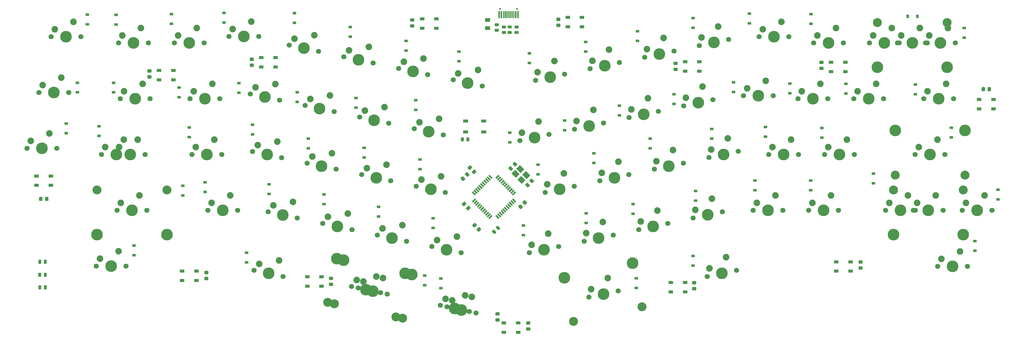
<source format=gbr>
%TF.GenerationSoftware,KiCad,Pcbnew,(5.1.6)-1*%
%TF.CreationDate,2020-07-26T11:56:32+02:00*%
%TF.ProjectId,Proyecto A,50726f79-6563-4746-9f20-412e6b696361,rev?*%
%TF.SameCoordinates,Original*%
%TF.FileFunction,Soldermask,Bot*%
%TF.FilePolarity,Negative*%
%FSLAX46Y46*%
G04 Gerber Fmt 4.6, Leading zero omitted, Abs format (unit mm)*
G04 Created by KiCad (PCBNEW (5.1.6)-1) date 2020-07-26 11:56:32*
%MOMM*%
%LPD*%
G01*
G04 APERTURE LIST*
%ADD10R,0.600000X2.450000*%
%ADD11R,0.300000X2.450000*%
%ADD12C,0.650000*%
%ADD13C,0.100000*%
%ADD14C,2.250000*%
%ADD15C,3.987800*%
%ADD16C,1.750000*%
%ADD17R,1.200000X0.900000*%
%ADD18R,1.800000X1.100000*%
%ADD19C,3.048000*%
%ADD20R,0.900000X1.200000*%
%ADD21R,1.500000X1.000000*%
G04 APERTURE END LIST*
D10*
%TO.C,USB1*%
X234427400Y4453000D03*
X227977400Y4453000D03*
X233652400Y4453000D03*
X228752400Y4453000D03*
D11*
X229452400Y4453000D03*
X232952400Y4453000D03*
X229952400Y4453000D03*
X232452400Y4453000D03*
X230452400Y4453000D03*
X231952400Y4453000D03*
X231452400Y4453000D03*
X230952400Y4453000D03*
D12*
X234092400Y6398000D03*
X228312400Y6398000D03*
%TD*%
D13*
%TO.C,Y1*%
G36*
X238595878Y-50368421D02*
G01*
X237323086Y-51641213D01*
X235838162Y-50156289D01*
X237110954Y-48883497D01*
X238595878Y-50368421D01*
G37*
G36*
X236545268Y-48317811D02*
G01*
X235272476Y-49590603D01*
X233787552Y-48105679D01*
X235060344Y-46832887D01*
X236545268Y-48317811D01*
G37*
G36*
X234918922Y-49944157D02*
G01*
X233646130Y-51216949D01*
X232161206Y-49732025D01*
X233433998Y-48459233D01*
X234918922Y-49944157D01*
G37*
G36*
X236969532Y-51994767D02*
G01*
X235696740Y-53267559D01*
X234211816Y-51782635D01*
X235484608Y-50509843D01*
X236969532Y-51994767D01*
G37*
%TD*%
%TO.C,C21*%
G36*
G01*
X171036401Y-86115499D02*
X170136399Y-86115499D01*
G75*
G02*
X169886400Y-85865500I0J249999D01*
G01*
X169886400Y-85215498D01*
G75*
G02*
X170136399Y-84965499I249999J0D01*
G01*
X171036401Y-84965499D01*
G75*
G02*
X171286400Y-85215498I0J-249999D01*
G01*
X171286400Y-85865500D01*
G75*
G02*
X171036401Y-86115499I-249999J0D01*
G01*
G37*
G36*
G01*
X171036401Y-88165499D02*
X170136399Y-88165499D01*
G75*
G02*
X169886400Y-87915500I0J249999D01*
G01*
X169886400Y-87265498D01*
G75*
G02*
X170136399Y-87015499I249999J0D01*
G01*
X171036401Y-87015499D01*
G75*
G02*
X171286400Y-87265498I0J-249999D01*
G01*
X171286400Y-87915500D01*
G75*
G02*
X171036401Y-88165499I-249999J0D01*
G01*
G37*
%TD*%
%TO.C,C20*%
G36*
G01*
X128491401Y-84132000D02*
X127591399Y-84132000D01*
G75*
G02*
X127341400Y-83882001I0J249999D01*
G01*
X127341400Y-83231999D01*
G75*
G02*
X127591399Y-82982000I249999J0D01*
G01*
X128491401Y-82982000D01*
G75*
G02*
X128741400Y-83231999I0J-249999D01*
G01*
X128741400Y-83882001D01*
G75*
G02*
X128491401Y-84132000I-249999J0D01*
G01*
G37*
G36*
G01*
X128491401Y-86182000D02*
X127591399Y-86182000D01*
G75*
G02*
X127341400Y-85932001I0J249999D01*
G01*
X127341400Y-85281999D01*
G75*
G02*
X127591399Y-85032000I249999J0D01*
G01*
X128491401Y-85032000D01*
G75*
G02*
X128741400Y-85281999I0J-249999D01*
G01*
X128741400Y-85932001D01*
G75*
G02*
X128491401Y-86182000I-249999J0D01*
G01*
G37*
%TD*%
%TO.C,C19*%
G36*
G01*
X72092400Y-57969999D02*
X72092400Y-58870001D01*
G75*
G02*
X71842401Y-59120000I-249999J0D01*
G01*
X71192399Y-59120000D01*
G75*
G02*
X70942400Y-58870001I0J249999D01*
G01*
X70942400Y-57969999D01*
G75*
G02*
X71192399Y-57720000I249999J0D01*
G01*
X71842401Y-57720000D01*
G75*
G02*
X72092400Y-57969999I0J-249999D01*
G01*
G37*
G36*
G01*
X74142400Y-57969999D02*
X74142400Y-58870001D01*
G75*
G02*
X73892401Y-59120000I-249999J0D01*
G01*
X73242399Y-59120000D01*
G75*
G02*
X72992400Y-58870001I0J249999D01*
G01*
X72992400Y-57969999D01*
G75*
G02*
X73242399Y-57720000I249999J0D01*
G01*
X73892401Y-57720000D01*
G75*
G02*
X74142400Y-57969999I0J-249999D01*
G01*
G37*
%TD*%
%TO.C,C18*%
G36*
G01*
X109060401Y-15298000D02*
X108160399Y-15298000D01*
G75*
G02*
X107910400Y-15048001I0J249999D01*
G01*
X107910400Y-14397999D01*
G75*
G02*
X108160399Y-14148000I249999J0D01*
G01*
X109060401Y-14148000D01*
G75*
G02*
X109310400Y-14397999I0J-249999D01*
G01*
X109310400Y-15048001D01*
G75*
G02*
X109060401Y-15298000I-249999J0D01*
G01*
G37*
G36*
G01*
X109060401Y-17348000D02*
X108160399Y-17348000D01*
G75*
G02*
X107910400Y-17098001I0J249999D01*
G01*
X107910400Y-16447999D01*
G75*
G02*
X108160399Y-16198000I249999J0D01*
G01*
X109060401Y-16198000D01*
G75*
G02*
X109310400Y-16447999I0J-249999D01*
G01*
X109310400Y-17098001D01*
G75*
G02*
X109060401Y-17348000I-249999J0D01*
G01*
G37*
%TD*%
%TO.C,C17*%
G36*
G01*
X143985401Y-11312499D02*
X143085399Y-11312499D01*
G75*
G02*
X142835400Y-11062500I0J249999D01*
G01*
X142835400Y-10412498D01*
G75*
G02*
X143085399Y-10162499I249999J0D01*
G01*
X143985401Y-10162499D01*
G75*
G02*
X144235400Y-10412498I0J-249999D01*
G01*
X144235400Y-11062500D01*
G75*
G02*
X143985401Y-11312499I-249999J0D01*
G01*
G37*
G36*
G01*
X143985401Y-13362499D02*
X143085399Y-13362499D01*
G75*
G02*
X142835400Y-13112500I0J249999D01*
G01*
X142835400Y-12462498D01*
G75*
G02*
X143085399Y-12212499I249999J0D01*
G01*
X143985401Y-12212499D01*
G75*
G02*
X144235400Y-12462498I0J-249999D01*
G01*
X144235400Y-13112500D01*
G75*
G02*
X143985401Y-13362499I-249999J0D01*
G01*
G37*
%TD*%
%TO.C,C16*%
G36*
G01*
X198722401Y2101000D02*
X197822399Y2101000D01*
G75*
G02*
X197572400Y2350999I0J249999D01*
G01*
X197572400Y3001001D01*
G75*
G02*
X197822399Y3251000I249999J0D01*
G01*
X198722401Y3251000D01*
G75*
G02*
X198972400Y3001001I0J-249999D01*
G01*
X198972400Y2350999D01*
G75*
G02*
X198722401Y2101000I-249999J0D01*
G01*
G37*
G36*
G01*
X198722401Y51000D02*
X197822399Y51000D01*
G75*
G02*
X197572400Y300999I0J249999D01*
G01*
X197572400Y951001D01*
G75*
G02*
X197822399Y1201000I249999J0D01*
G01*
X198722401Y1201000D01*
G75*
G02*
X198972400Y951001I0J-249999D01*
G01*
X198972400Y300999D01*
G75*
G02*
X198722401Y51000I-249999J0D01*
G01*
G37*
%TD*%
%TO.C,C15*%
G36*
G01*
X248633401Y2306499D02*
X247733399Y2306499D01*
G75*
G02*
X247483400Y2556498I0J249999D01*
G01*
X247483400Y3206500D01*
G75*
G02*
X247733399Y3456499I249999J0D01*
G01*
X248633401Y3456499D01*
G75*
G02*
X248883400Y3206500I0J-249999D01*
G01*
X248883400Y2556498D01*
G75*
G02*
X248633401Y2306499I-249999J0D01*
G01*
G37*
G36*
G01*
X248633401Y256499D02*
X247733399Y256499D01*
G75*
G02*
X247483400Y506498I0J249999D01*
G01*
X247483400Y1156500D01*
G75*
G02*
X247733399Y1406499I249999J0D01*
G01*
X248633401Y1406499D01*
G75*
G02*
X248883400Y1156500I0J-249999D01*
G01*
X248883400Y506498D01*
G75*
G02*
X248633401Y256499I-249999J0D01*
G01*
G37*
%TD*%
%TO.C,C14*%
G36*
G01*
X288638401Y-12709499D02*
X287738399Y-12709499D01*
G75*
G02*
X287488400Y-12459500I0J249999D01*
G01*
X287488400Y-11809498D01*
G75*
G02*
X287738399Y-11559499I249999J0D01*
G01*
X288638401Y-11559499D01*
G75*
G02*
X288888400Y-11809498I0J-249999D01*
G01*
X288888400Y-12459500D01*
G75*
G02*
X288638401Y-12709499I-249999J0D01*
G01*
G37*
G36*
G01*
X288638401Y-14759499D02*
X287738399Y-14759499D01*
G75*
G02*
X287488400Y-14509500I0J249999D01*
G01*
X287488400Y-13859498D01*
G75*
G02*
X287738399Y-13609499I249999J0D01*
G01*
X288638401Y-13609499D01*
G75*
G02*
X288888400Y-13859498I0J-249999D01*
G01*
X288888400Y-14509500D01*
G75*
G02*
X288638401Y-14759499I-249999J0D01*
G01*
G37*
%TD*%
%TO.C,C13*%
G36*
G01*
X338422401Y-12377000D02*
X337522399Y-12377000D01*
G75*
G02*
X337272400Y-12127001I0J249999D01*
G01*
X337272400Y-11476999D01*
G75*
G02*
X337522399Y-11227000I249999J0D01*
G01*
X338422401Y-11227000D01*
G75*
G02*
X338672400Y-11476999I0J-249999D01*
G01*
X338672400Y-12127001D01*
G75*
G02*
X338422401Y-12377000I-249999J0D01*
G01*
G37*
G36*
G01*
X338422401Y-14427000D02*
X337522399Y-14427000D01*
G75*
G02*
X337272400Y-14177001I0J249999D01*
G01*
X337272400Y-13526999D01*
G75*
G02*
X337522399Y-13277000I249999J0D01*
G01*
X338422401Y-13277000D01*
G75*
G02*
X338672400Y-13526999I0J-249999D01*
G01*
X338672400Y-14177001D01*
G75*
G02*
X338422401Y-14427000I-249999J0D01*
G01*
G37*
%TD*%
%TO.C,C12*%
G36*
G01*
X394683400Y-21405001D02*
X394683400Y-20504999D01*
G75*
G02*
X394933399Y-20255000I249999J0D01*
G01*
X395583401Y-20255000D01*
G75*
G02*
X395833400Y-20504999I0J-249999D01*
G01*
X395833400Y-21405001D01*
G75*
G02*
X395583401Y-21655000I-249999J0D01*
G01*
X394933399Y-21655000D01*
G75*
G02*
X394683400Y-21405001I0J249999D01*
G01*
G37*
G36*
G01*
X392633400Y-21405001D02*
X392633400Y-20504999D01*
G75*
G02*
X392883399Y-20255000I249999J0D01*
G01*
X393533401Y-20255000D01*
G75*
G02*
X393783400Y-20504999I0J-249999D01*
G01*
X393783400Y-21405001D01*
G75*
G02*
X393533401Y-21655000I-249999J0D01*
G01*
X392883399Y-21655000D01*
G75*
G02*
X392633400Y-21405001I0J249999D01*
G01*
G37*
%TD*%
%TO.C,C11*%
G36*
G01*
X351757401Y-80527499D02*
X350857399Y-80527499D01*
G75*
G02*
X350607400Y-80277500I0J249999D01*
G01*
X350607400Y-79627498D01*
G75*
G02*
X350857399Y-79377499I249999J0D01*
G01*
X351757401Y-79377499D01*
G75*
G02*
X352007400Y-79627498I0J-249999D01*
G01*
X352007400Y-80277500D01*
G75*
G02*
X351757401Y-80527499I-249999J0D01*
G01*
G37*
G36*
G01*
X351757401Y-82577499D02*
X350857399Y-82577499D01*
G75*
G02*
X350607400Y-82327500I0J249999D01*
G01*
X350607400Y-81677498D01*
G75*
G02*
X350857399Y-81427499I249999J0D01*
G01*
X351757401Y-81427499D01*
G75*
G02*
X352007400Y-81677498I0J-249999D01*
G01*
X352007400Y-82327500D01*
G75*
G02*
X351757401Y-82577499I-249999J0D01*
G01*
G37*
%TD*%
%TO.C,C10*%
G36*
G01*
X294988401Y-87609500D02*
X294088399Y-87609500D01*
G75*
G02*
X293838400Y-87359501I0J249999D01*
G01*
X293838400Y-86709499D01*
G75*
G02*
X294088399Y-86459500I249999J0D01*
G01*
X294988401Y-86459500D01*
G75*
G02*
X295238400Y-86709499I0J-249999D01*
G01*
X295238400Y-87359501D01*
G75*
G02*
X294988401Y-87609500I-249999J0D01*
G01*
G37*
G36*
G01*
X294988401Y-89659500D02*
X294088399Y-89659500D01*
G75*
G02*
X293838400Y-89409501I0J249999D01*
G01*
X293838400Y-88759499D01*
G75*
G02*
X294088399Y-88509500I249999J0D01*
G01*
X294988401Y-88509500D01*
G75*
G02*
X295238400Y-88759499I0J-249999D01*
G01*
X295238400Y-89409501D01*
G75*
G02*
X294988401Y-89659500I-249999J0D01*
G01*
G37*
%TD*%
%TO.C,C9*%
G36*
G01*
X238346401Y-101355499D02*
X237446399Y-101355499D01*
G75*
G02*
X237196400Y-101105500I0J249999D01*
G01*
X237196400Y-100455498D01*
G75*
G02*
X237446399Y-100205499I249999J0D01*
G01*
X238346401Y-100205499D01*
G75*
G02*
X238596400Y-100455498I0J-249999D01*
G01*
X238596400Y-101105500D01*
G75*
G02*
X238346401Y-101355499I-249999J0D01*
G01*
G37*
G36*
G01*
X238346401Y-103405499D02*
X237446399Y-103405499D01*
G75*
G02*
X237196400Y-103155500I0J249999D01*
G01*
X237196400Y-102505498D01*
G75*
G02*
X237446399Y-102255499I249999J0D01*
G01*
X238346401Y-102255499D01*
G75*
G02*
X238596400Y-102505498I0J-249999D01*
G01*
X238596400Y-103155500D01*
G75*
G02*
X238346401Y-103405499I-249999J0D01*
G01*
G37*
%TD*%
%TO.C,C7*%
G36*
G01*
X216963796Y-50787001D02*
X216327399Y-50150604D01*
G75*
G02*
X216327399Y-49797052I176776J176776D01*
G01*
X216787020Y-49337431D01*
G75*
G02*
X217140572Y-49337431I176776J-176776D01*
G01*
X217776969Y-49973828D01*
G75*
G02*
X217776969Y-50327380I-176776J-176776D01*
G01*
X217317348Y-50787001D01*
G75*
G02*
X216963796Y-50787001I-176776J176776D01*
G01*
G37*
G36*
G01*
X215514228Y-52236569D02*
X214877831Y-51600172D01*
G75*
G02*
X214877831Y-51246620I176776J176776D01*
G01*
X215337452Y-50786999D01*
G75*
G02*
X215691004Y-50786999I176776J-176776D01*
G01*
X216327401Y-51423396D01*
G75*
G02*
X216327401Y-51776948I-176776J-176776D01*
G01*
X215867780Y-52236569D01*
G75*
G02*
X215514228Y-52236569I-176776J176776D01*
G01*
G37*
%TD*%
%TO.C,C6*%
G36*
G01*
X218697399Y-49083396D02*
X219333796Y-48446999D01*
G75*
G02*
X219687348Y-48446999I176776J-176776D01*
G01*
X220146969Y-48906620D01*
G75*
G02*
X220146969Y-49260172I-176776J-176776D01*
G01*
X219510572Y-49896569D01*
G75*
G02*
X219157020Y-49896569I-176776J176776D01*
G01*
X218697399Y-49436948D01*
G75*
G02*
X218697399Y-49083396I176776J176776D01*
G01*
G37*
G36*
G01*
X217247831Y-47633828D02*
X217884228Y-46997431D01*
G75*
G02*
X218237780Y-46997431I176776J-176776D01*
G01*
X218697401Y-47457052D01*
G75*
G02*
X218697401Y-47810604I-176776J-176776D01*
G01*
X218061004Y-48447001D01*
G75*
G02*
X217707452Y-48447001I-176776J176776D01*
G01*
X217247831Y-47987380D01*
G75*
G02*
X217247831Y-47633828I176776J176776D01*
G01*
G37*
%TD*%
%TO.C,C5*%
G36*
G01*
X220297401Y-67470604D02*
X219661004Y-68107001D01*
G75*
G02*
X219307452Y-68107001I-176776J176776D01*
G01*
X218847831Y-67647380D01*
G75*
G02*
X218847831Y-67293828I176776J176776D01*
G01*
X219484228Y-66657431D01*
G75*
G02*
X219837780Y-66657431I176776J-176776D01*
G01*
X220297401Y-67117052D01*
G75*
G02*
X220297401Y-67470604I-176776J-176776D01*
G01*
G37*
G36*
G01*
X221746969Y-68920172D02*
X221110572Y-69556569D01*
G75*
G02*
X220757020Y-69556569I-176776J176776D01*
G01*
X220297399Y-69096948D01*
G75*
G02*
X220297399Y-68743396I176776J176776D01*
G01*
X220933796Y-68106999D01*
G75*
G02*
X221287348Y-68106999I176776J-176776D01*
G01*
X221746969Y-68566620D01*
G75*
G02*
X221746969Y-68920172I-176776J-176776D01*
G01*
G37*
%TD*%
%TO.C,C4*%
G36*
G01*
X236638796Y-60387001D02*
X236002399Y-59750604D01*
G75*
G02*
X236002399Y-59397052I176776J176776D01*
G01*
X236462020Y-58937431D01*
G75*
G02*
X236815572Y-58937431I176776J-176776D01*
G01*
X237451969Y-59573828D01*
G75*
G02*
X237451969Y-59927380I-176776J-176776D01*
G01*
X236992348Y-60387001D01*
G75*
G02*
X236638796Y-60387001I-176776J176776D01*
G01*
G37*
G36*
G01*
X235189228Y-61836569D02*
X234552831Y-61200172D01*
G75*
G02*
X234552831Y-60846620I176776J176776D01*
G01*
X235012452Y-60386999D01*
G75*
G02*
X235366004Y-60386999I176776J-176776D01*
G01*
X236002401Y-61023396D01*
G75*
G02*
X236002401Y-61376948I-176776J-176776D01*
G01*
X235542780Y-61836569D01*
G75*
G02*
X235189228Y-61836569I-176776J176776D01*
G01*
G37*
%TD*%
%TO.C,C3*%
G36*
G01*
X231998091Y-47289912D02*
X232634488Y-47926309D01*
G75*
G02*
X232634488Y-48279861I-176776J-176776D01*
G01*
X232174867Y-48739482D01*
G75*
G02*
X231821315Y-48739482I-176776J176776D01*
G01*
X231184918Y-48103085D01*
G75*
G02*
X231184918Y-47749533I176776J176776D01*
G01*
X231644539Y-47289912D01*
G75*
G02*
X231998091Y-47289912I176776J-176776D01*
G01*
G37*
G36*
G01*
X233447659Y-45840344D02*
X234084056Y-46476741D01*
G75*
G02*
X234084056Y-46830293I-176776J-176776D01*
G01*
X233624435Y-47289914D01*
G75*
G02*
X233270883Y-47289914I-176776J176776D01*
G01*
X232634486Y-46653517D01*
G75*
G02*
X232634486Y-46299965I176776J176776D01*
G01*
X233094107Y-45840344D01*
G75*
G02*
X233447659Y-45840344I176776J-176776D01*
G01*
G37*
%TD*%
%TO.C,C2*%
G36*
G01*
X239013796Y-52977001D02*
X238377399Y-52340604D01*
G75*
G02*
X238377399Y-51987052I176776J176776D01*
G01*
X238837020Y-51527431D01*
G75*
G02*
X239190572Y-51527431I176776J-176776D01*
G01*
X239826969Y-52163828D01*
G75*
G02*
X239826969Y-52517380I-176776J-176776D01*
G01*
X239367348Y-52977001D01*
G75*
G02*
X239013796Y-52977001I-176776J176776D01*
G01*
G37*
G36*
G01*
X237564228Y-54426569D02*
X236927831Y-53790172D01*
G75*
G02*
X236927831Y-53436620I176776J176776D01*
G01*
X237387452Y-52976999D01*
G75*
G02*
X237741004Y-52976999I176776J-176776D01*
G01*
X238377401Y-53613396D01*
G75*
G02*
X238377401Y-53966948I-176776J-176776D01*
G01*
X237917780Y-54426569D01*
G75*
G02*
X237564228Y-54426569I-176776J176776D01*
G01*
G37*
%TD*%
%TO.C,C1*%
G36*
G01*
X216710312Y-61466309D02*
X217346709Y-60829912D01*
G75*
G02*
X217700261Y-60829912I176776J-176776D01*
G01*
X218159882Y-61289533D01*
G75*
G02*
X218159882Y-61643085I-176776J-176776D01*
G01*
X217523485Y-62279482D01*
G75*
G02*
X217169933Y-62279482I-176776J176776D01*
G01*
X216710312Y-61819861D01*
G75*
G02*
X216710312Y-61466309I176776J176776D01*
G01*
G37*
G36*
G01*
X215260744Y-60016741D02*
X215897141Y-59380344D01*
G75*
G02*
X216250693Y-59380344I176776J-176776D01*
G01*
X216710314Y-59839965D01*
G75*
G02*
X216710314Y-60193517I-176776J-176776D01*
G01*
X216073917Y-60829914D01*
G75*
G02*
X215720365Y-60829914I-176776J176776D01*
G01*
X215260744Y-60370293D01*
G75*
G02*
X215260744Y-60016741I176776J176776D01*
G01*
G37*
%TD*%
%TO.C,R11*%
G36*
G01*
X227877401Y-98247000D02*
X226977399Y-98247000D01*
G75*
G02*
X226727400Y-97997001I0J249999D01*
G01*
X226727400Y-97346999D01*
G75*
G02*
X226977399Y-97097000I249999J0D01*
G01*
X227877401Y-97097000D01*
G75*
G02*
X228127400Y-97346999I0J-249999D01*
G01*
X228127400Y-97997001D01*
G75*
G02*
X227877401Y-98247000I-249999J0D01*
G01*
G37*
G36*
G01*
X227877401Y-100297000D02*
X226977399Y-100297000D01*
G75*
G02*
X226727400Y-100047001I0J249999D01*
G01*
X226727400Y-99396999D01*
G75*
G02*
X226977399Y-99147000I249999J0D01*
G01*
X227877401Y-99147000D01*
G75*
G02*
X228127400Y-99396999I0J-249999D01*
G01*
X228127400Y-100047001D01*
G75*
G02*
X227877401Y-100297000I-249999J0D01*
G01*
G37*
%TD*%
%TO.C,R8*%
G36*
G01*
X227608650Y-1324500D02*
X226696150Y-1324500D01*
G75*
G02*
X226452400Y-1080750I0J243750D01*
G01*
X226452400Y-593250D01*
G75*
G02*
X226696150Y-349500I243750J0D01*
G01*
X227608650Y-349500D01*
G75*
G02*
X227852400Y-593250I0J-243750D01*
G01*
X227852400Y-1080750D01*
G75*
G02*
X227608650Y-1324500I-243750J0D01*
G01*
G37*
G36*
G01*
X227608650Y550500D02*
X226696150Y550500D01*
G75*
G02*
X226452400Y794250I0J243750D01*
G01*
X226452400Y1281750D01*
G75*
G02*
X226696150Y1525500I243750J0D01*
G01*
X227608650Y1525500D01*
G75*
G02*
X227852400Y1281750I0J-243750D01*
G01*
X227852400Y794250D01*
G75*
G02*
X227608650Y550500I-243750J0D01*
G01*
G37*
%TD*%
%TO.C,R2*%
G36*
G01*
X230058650Y-2087000D02*
X229146150Y-2087000D01*
G75*
G02*
X228902400Y-1843250I0J243750D01*
G01*
X228902400Y-1355750D01*
G75*
G02*
X229146150Y-1112000I243750J0D01*
G01*
X230058650Y-1112000D01*
G75*
G02*
X230302400Y-1355750I0J-243750D01*
G01*
X230302400Y-1843250D01*
G75*
G02*
X230058650Y-2087000I-243750J0D01*
G01*
G37*
G36*
G01*
X230058650Y-212000D02*
X229146150Y-212000D01*
G75*
G02*
X228902400Y31750I0J243750D01*
G01*
X228902400Y519250D01*
G75*
G02*
X229146150Y763000I243750J0D01*
G01*
X230058650Y763000D01*
G75*
G02*
X230302400Y519250I0J-243750D01*
G01*
X230302400Y31750D01*
G75*
G02*
X230058650Y-212000I-243750J0D01*
G01*
G37*
%TD*%
%TO.C,R1*%
G36*
G01*
X232033650Y-2074500D02*
X231121150Y-2074500D01*
G75*
G02*
X230877400Y-1830750I0J243750D01*
G01*
X230877400Y-1343250D01*
G75*
G02*
X231121150Y-1099500I243750J0D01*
G01*
X232033650Y-1099500D01*
G75*
G02*
X232277400Y-1343250I0J-243750D01*
G01*
X232277400Y-1830750D01*
G75*
G02*
X232033650Y-2074500I-243750J0D01*
G01*
G37*
G36*
G01*
X232033650Y-199500D02*
X231121150Y-199500D01*
G75*
G02*
X230877400Y44250I0J243750D01*
G01*
X230877400Y531750D01*
G75*
G02*
X231121150Y775500I243750J0D01*
G01*
X232033650Y775500D01*
G75*
G02*
X232277400Y531750I0J-243750D01*
G01*
X232277400Y44250D01*
G75*
G02*
X232033650Y-199500I-243750J0D01*
G01*
G37*
%TD*%
D14*
%TO.C,K4*%
X183500686Y-6499106D03*
D15*
X179960000Y-10940000D03*
D14*
X176761353Y-7663362D03*
D16*
X174991010Y-9883809D03*
X184928990Y-11996191D03*
%TD*%
D17*
%TO.C,D_63*%
X294177400Y-81217000D03*
X294177400Y-77917000D03*
%TD*%
%TO.C,R6*%
G36*
G01*
X71684900Y-88130750D02*
X71684900Y-89043250D01*
G75*
G02*
X71441150Y-89287000I-243750J0D01*
G01*
X70953650Y-89287000D01*
G75*
G02*
X70709900Y-89043250I0J243750D01*
G01*
X70709900Y-88130750D01*
G75*
G02*
X70953650Y-87887000I243750J0D01*
G01*
X71441150Y-87887000D01*
G75*
G02*
X71684900Y-88130750I0J-243750D01*
G01*
G37*
G36*
G01*
X73559900Y-88130750D02*
X73559900Y-89043250D01*
G75*
G02*
X73316150Y-89287000I-243750J0D01*
G01*
X72828650Y-89287000D01*
G75*
G02*
X72584900Y-89043250I0J243750D01*
G01*
X72584900Y-88130750D01*
G75*
G02*
X72828650Y-87887000I243750J0D01*
G01*
X73316150Y-87887000D01*
G75*
G02*
X73559900Y-88130750I0J-243750D01*
G01*
G37*
%TD*%
%TO.C,D_40*%
X300557528Y-37820961D03*
X300557528Y-34520961D03*
%TD*%
D14*
%TO.C,SPLIT_BKS1*%
X381091880Y-71680D03*
D15*
X378551880Y-5151680D03*
D14*
X374741880Y-2611680D03*
D16*
X373471880Y-5151680D03*
X383631880Y-5151680D03*
%TD*%
D17*
%TO.C,D_44*%
X386670000Y-50000D03*
X386670000Y-3350000D03*
%TD*%
D13*
%TO.C,U1*%
G36*
X219684700Y-58206978D02*
G01*
X220073608Y-58595886D01*
X219012948Y-59656546D01*
X218624040Y-59267638D01*
X219684700Y-58206978D01*
G37*
G36*
X220250386Y-58772663D02*
G01*
X220639294Y-59161571D01*
X219578634Y-60222231D01*
X219189726Y-59833323D01*
X220250386Y-58772663D01*
G37*
G36*
X220816071Y-59338348D02*
G01*
X221204979Y-59727256D01*
X220144319Y-60787916D01*
X219755411Y-60399008D01*
X220816071Y-59338348D01*
G37*
G36*
X221381756Y-59904034D02*
G01*
X221770664Y-60292942D01*
X220710004Y-61353602D01*
X220321096Y-60964694D01*
X221381756Y-59904034D01*
G37*
G36*
X221947442Y-60469719D02*
G01*
X222336350Y-60858627D01*
X221275690Y-61919287D01*
X220886782Y-61530379D01*
X221947442Y-60469719D01*
G37*
G36*
X222513127Y-61035405D02*
G01*
X222902035Y-61424313D01*
X221841375Y-62484973D01*
X221452467Y-62096065D01*
X222513127Y-61035405D01*
G37*
G36*
X223078813Y-61601090D02*
G01*
X223467721Y-61989998D01*
X222407061Y-63050658D01*
X222018153Y-62661750D01*
X223078813Y-61601090D01*
G37*
G36*
X223644498Y-62166776D02*
G01*
X224033406Y-62555684D01*
X222972746Y-63616344D01*
X222583838Y-63227436D01*
X223644498Y-62166776D01*
G37*
G36*
X224210184Y-62732461D02*
G01*
X224599092Y-63121369D01*
X223538432Y-64182029D01*
X223149524Y-63793121D01*
X224210184Y-62732461D01*
G37*
G36*
X224775869Y-63298146D02*
G01*
X225164777Y-63687054D01*
X224104117Y-64747714D01*
X223715209Y-64358806D01*
X224775869Y-63298146D01*
G37*
G36*
X225341554Y-63863832D02*
G01*
X225730462Y-64252740D01*
X224669802Y-65313400D01*
X224280894Y-64924492D01*
X225341554Y-63863832D01*
G37*
G36*
X226685058Y-64252740D02*
G01*
X227073966Y-63863832D01*
X228134626Y-64924492D01*
X227745718Y-65313400D01*
X226685058Y-64252740D01*
G37*
G36*
X227250743Y-63687054D02*
G01*
X227639651Y-63298146D01*
X228700311Y-64358806D01*
X228311403Y-64747714D01*
X227250743Y-63687054D01*
G37*
G36*
X227816428Y-63121369D02*
G01*
X228205336Y-62732461D01*
X229265996Y-63793121D01*
X228877088Y-64182029D01*
X227816428Y-63121369D01*
G37*
G36*
X228382114Y-62555684D02*
G01*
X228771022Y-62166776D01*
X229831682Y-63227436D01*
X229442774Y-63616344D01*
X228382114Y-62555684D01*
G37*
G36*
X228947799Y-61989998D02*
G01*
X229336707Y-61601090D01*
X230397367Y-62661750D01*
X230008459Y-63050658D01*
X228947799Y-61989998D01*
G37*
G36*
X229513485Y-61424313D02*
G01*
X229902393Y-61035405D01*
X230963053Y-62096065D01*
X230574145Y-62484973D01*
X229513485Y-61424313D01*
G37*
G36*
X230079170Y-60858627D02*
G01*
X230468078Y-60469719D01*
X231528738Y-61530379D01*
X231139830Y-61919287D01*
X230079170Y-60858627D01*
G37*
G36*
X230644856Y-60292942D02*
G01*
X231033764Y-59904034D01*
X232094424Y-60964694D01*
X231705516Y-61353602D01*
X230644856Y-60292942D01*
G37*
G36*
X231210541Y-59727256D02*
G01*
X231599449Y-59338348D01*
X232660109Y-60399008D01*
X232271201Y-60787916D01*
X231210541Y-59727256D01*
G37*
G36*
X231776226Y-59161571D02*
G01*
X232165134Y-58772663D01*
X233225794Y-59833323D01*
X232836886Y-60222231D01*
X231776226Y-59161571D01*
G37*
G36*
X232341912Y-58595886D02*
G01*
X232730820Y-58206978D01*
X233791480Y-59267638D01*
X233402572Y-59656546D01*
X232341912Y-58595886D01*
G37*
G36*
X233402572Y-55802814D02*
G01*
X233791480Y-56191722D01*
X232730820Y-57252382D01*
X232341912Y-56863474D01*
X233402572Y-55802814D01*
G37*
G36*
X232836886Y-55237129D02*
G01*
X233225794Y-55626037D01*
X232165134Y-56686697D01*
X231776226Y-56297789D01*
X232836886Y-55237129D01*
G37*
G36*
X232271201Y-54671444D02*
G01*
X232660109Y-55060352D01*
X231599449Y-56121012D01*
X231210541Y-55732104D01*
X232271201Y-54671444D01*
G37*
G36*
X231705516Y-54105758D02*
G01*
X232094424Y-54494666D01*
X231033764Y-55555326D01*
X230644856Y-55166418D01*
X231705516Y-54105758D01*
G37*
G36*
X231139830Y-53540073D02*
G01*
X231528738Y-53928981D01*
X230468078Y-54989641D01*
X230079170Y-54600733D01*
X231139830Y-53540073D01*
G37*
G36*
X230574145Y-52974387D02*
G01*
X230963053Y-53363295D01*
X229902393Y-54423955D01*
X229513485Y-54035047D01*
X230574145Y-52974387D01*
G37*
G36*
X230008459Y-52408702D02*
G01*
X230397367Y-52797610D01*
X229336707Y-53858270D01*
X228947799Y-53469362D01*
X230008459Y-52408702D01*
G37*
G36*
X229442774Y-51843016D02*
G01*
X229831682Y-52231924D01*
X228771022Y-53292584D01*
X228382114Y-52903676D01*
X229442774Y-51843016D01*
G37*
G36*
X228877088Y-51277331D02*
G01*
X229265996Y-51666239D01*
X228205336Y-52726899D01*
X227816428Y-52337991D01*
X228877088Y-51277331D01*
G37*
G36*
X228311403Y-50711646D02*
G01*
X228700311Y-51100554D01*
X227639651Y-52161214D01*
X227250743Y-51772306D01*
X228311403Y-50711646D01*
G37*
G36*
X227745718Y-50145960D02*
G01*
X228134626Y-50534868D01*
X227073966Y-51595528D01*
X226685058Y-51206620D01*
X227745718Y-50145960D01*
G37*
G36*
X224280894Y-50534868D02*
G01*
X224669802Y-50145960D01*
X225730462Y-51206620D01*
X225341554Y-51595528D01*
X224280894Y-50534868D01*
G37*
G36*
X223715209Y-51100554D02*
G01*
X224104117Y-50711646D01*
X225164777Y-51772306D01*
X224775869Y-52161214D01*
X223715209Y-51100554D01*
G37*
G36*
X223149524Y-51666239D02*
G01*
X223538432Y-51277331D01*
X224599092Y-52337991D01*
X224210184Y-52726899D01*
X223149524Y-51666239D01*
G37*
G36*
X222583838Y-52231924D02*
G01*
X222972746Y-51843016D01*
X224033406Y-52903676D01*
X223644498Y-53292584D01*
X222583838Y-52231924D01*
G37*
G36*
X222018153Y-52797610D02*
G01*
X222407061Y-52408702D01*
X223467721Y-53469362D01*
X223078813Y-53858270D01*
X222018153Y-52797610D01*
G37*
G36*
X221452467Y-53363295D02*
G01*
X221841375Y-52974387D01*
X222902035Y-54035047D01*
X222513127Y-54423955D01*
X221452467Y-53363295D01*
G37*
G36*
X220886782Y-53928981D02*
G01*
X221275690Y-53540073D01*
X222336350Y-54600733D01*
X221947442Y-54989641D01*
X220886782Y-53928981D01*
G37*
G36*
X220321096Y-54494666D02*
G01*
X220710004Y-54105758D01*
X221770664Y-55166418D01*
X221381756Y-55555326D01*
X220321096Y-54494666D01*
G37*
G36*
X219755411Y-55060352D02*
G01*
X220144319Y-54671444D01*
X221204979Y-55732104D01*
X220816071Y-56121012D01*
X219755411Y-55060352D01*
G37*
G36*
X219189726Y-55626037D02*
G01*
X219578634Y-55237129D01*
X220639294Y-56297789D01*
X220250386Y-56686697D01*
X219189726Y-55626037D01*
G37*
G36*
X218624040Y-56191722D02*
G01*
X219012948Y-55802814D01*
X220073608Y-56863474D01*
X219684700Y-57252382D01*
X218624040Y-56191722D01*
G37*
%TD*%
D18*
%TO.C,SW1*%
X216550000Y-35550000D03*
X222750000Y-35550000D03*
X216550000Y-31850000D03*
X222750000Y-31850000D03*
%TD*%
%TO.C,R9*%
G36*
G01*
X234383650Y-2087000D02*
X233471150Y-2087000D01*
G75*
G02*
X233227400Y-1843250I0J243750D01*
G01*
X233227400Y-1355750D01*
G75*
G02*
X233471150Y-1112000I243750J0D01*
G01*
X234383650Y-1112000D01*
G75*
G02*
X234627400Y-1355750I0J-243750D01*
G01*
X234627400Y-1843250D01*
G75*
G02*
X234383650Y-2087000I-243750J0D01*
G01*
G37*
G36*
G01*
X234383650Y-212000D02*
X233471150Y-212000D01*
G75*
G02*
X233227400Y31750I0J243750D01*
G01*
X233227400Y519250D01*
G75*
G02*
X233471150Y763000I243750J0D01*
G01*
X234383650Y763000D01*
G75*
G02*
X234627400Y519250I0J-243750D01*
G01*
X234627400Y31750D01*
G75*
G02*
X234383650Y-212000I-243750J0D01*
G01*
G37*
%TD*%
%TO.C,R7*%
G36*
G01*
X71664900Y-83860750D02*
X71664900Y-84773250D01*
G75*
G02*
X71421150Y-85017000I-243750J0D01*
G01*
X70933650Y-85017000D01*
G75*
G02*
X70689900Y-84773250I0J243750D01*
G01*
X70689900Y-83860750D01*
G75*
G02*
X70933650Y-83617000I243750J0D01*
G01*
X71421150Y-83617000D01*
G75*
G02*
X71664900Y-83860750I0J-243750D01*
G01*
G37*
G36*
G01*
X73539900Y-83860750D02*
X73539900Y-84773250D01*
G75*
G02*
X73296150Y-85017000I-243750J0D01*
G01*
X72808650Y-85017000D01*
G75*
G02*
X72564900Y-84773250I0J243750D01*
G01*
X72564900Y-83860750D01*
G75*
G02*
X72808650Y-83617000I243750J0D01*
G01*
X73296150Y-83617000D01*
G75*
G02*
X73539900Y-83860750I0J-243750D01*
G01*
G37*
%TD*%
%TO.C,R5*%
G36*
G01*
X71684900Y-79430750D02*
X71684900Y-80343250D01*
G75*
G02*
X71441150Y-80587000I-243750J0D01*
G01*
X70953650Y-80587000D01*
G75*
G02*
X70709900Y-80343250I0J243750D01*
G01*
X70709900Y-79430750D01*
G75*
G02*
X70953650Y-79187000I243750J0D01*
G01*
X71441150Y-79187000D01*
G75*
G02*
X71684900Y-79430750I0J-243750D01*
G01*
G37*
G36*
G01*
X73559900Y-79430750D02*
X73559900Y-80343250D01*
G75*
G02*
X73316150Y-80587000I-243750J0D01*
G01*
X72828650Y-80587000D01*
G75*
G02*
X72584900Y-80343250I0J243750D01*
G01*
X72584900Y-79430750D01*
G75*
G02*
X72828650Y-79187000I243750J0D01*
G01*
X73316150Y-79187000D01*
G75*
G02*
X73559900Y-79430750I0J-243750D01*
G01*
G37*
%TD*%
%TO.C,R4*%
G36*
G01*
X227568216Y-68991419D02*
X226922981Y-68346184D01*
G75*
G02*
X226922981Y-68001470I172357J172357D01*
G01*
X227267696Y-67656755D01*
G75*
G02*
X227612410Y-67656755I172357J-172357D01*
G01*
X228257645Y-68301990D01*
G75*
G02*
X228257645Y-68646704I-172357J-172357D01*
G01*
X227912930Y-68991419D01*
G75*
G02*
X227568216Y-68991419I-172357J172357D01*
G01*
G37*
G36*
G01*
X226242390Y-70317245D02*
X225597155Y-69672010D01*
G75*
G02*
X225597155Y-69327296I172357J172357D01*
G01*
X225941870Y-68982581D01*
G75*
G02*
X226286584Y-68982581I172357J-172357D01*
G01*
X226931819Y-69627816D01*
G75*
G02*
X226931819Y-69972530I-172357J-172357D01*
G01*
X226587104Y-70317245D01*
G75*
G02*
X226242390Y-70317245I-172357J172357D01*
G01*
G37*
%TD*%
%TO.C,R3*%
G36*
G01*
X215914901Y-37630750D02*
X215914901Y-38543250D01*
G75*
G02*
X215671151Y-38787000I-243750J0D01*
G01*
X215183651Y-38787000D01*
G75*
G02*
X214939901Y-38543250I0J243750D01*
G01*
X214939901Y-37630750D01*
G75*
G02*
X215183651Y-37387000I243750J0D01*
G01*
X215671151Y-37387000D01*
G75*
G02*
X215914901Y-37630750I0J-243750D01*
G01*
G37*
G36*
G01*
X217789901Y-37630750D02*
X217789901Y-38543250D01*
G75*
G02*
X217546151Y-38787000I-243750J0D01*
G01*
X217058651Y-38787000D01*
G75*
G02*
X216814901Y-38543250I0J243750D01*
G01*
X216814901Y-37630750D01*
G75*
G02*
X217058651Y-37387000I243750J0D01*
G01*
X217546151Y-37387000D01*
G75*
G02*
X217789901Y-37630750I0J-243750D01*
G01*
G37*
%TD*%
D14*
%TO.C,FUNC1*%
X218660686Y-91879106D03*
D15*
X215120000Y-96320000D03*
D14*
X211921353Y-93043362D03*
D16*
X210151010Y-95263809D03*
X220088990Y-97376191D03*
%TD*%
D14*
%TO.C,lgui1*%
X188364226Y-85429946D03*
D15*
X184823540Y-89870840D03*
D14*
X181624893Y-86594202D03*
D16*
X179854550Y-88814649D03*
X189792530Y-90927031D03*
D19*
X171725207Y-94227752D03*
X195017347Y-99178650D03*
D15*
X174893781Y-79320783D03*
X198185921Y-84271680D03*
%TD*%
D14*
%TO.C,RSHIFT2*%
X377010100Y-57244540D03*
D15*
X374470100Y-62324540D03*
D14*
X370660100Y-59784540D03*
D16*
X369390100Y-62324540D03*
X379550100Y-62324540D03*
D19*
X362563850Y-55339540D03*
X386376350Y-55339540D03*
D15*
X362563850Y-70579540D03*
X386376350Y-70579540D03*
%TD*%
D14*
%TO.C,CAPS2*%
X99840000Y-38190000D03*
D15*
X97300000Y-43270000D03*
D14*
X93490000Y-40730000D03*
D16*
X92220000Y-43270000D03*
X102380000Y-43270000D03*
%TD*%
D14*
%TO.C,BACKSPACE1*%
X371530000Y-90000D03*
D15*
X368990000Y-5170000D03*
D14*
X365180000Y-2630000D03*
D16*
X363910000Y-5170000D03*
X374070000Y-5170000D03*
D19*
X357083750Y1815000D03*
X380896250Y1815000D03*
D15*
X357083750Y-13425000D03*
X380896250Y-13425000D03*
%TD*%
D14*
%TO.C,FUNCT1*%
X393670000Y-57220000D03*
D15*
X391130000Y-62300000D03*
D14*
X387320000Y-59760000D03*
D16*
X386050000Y-62300000D03*
X396210000Y-62300000D03*
%TD*%
D14*
%TO.C,RCTL1*%
X385250000Y-76350000D03*
D15*
X382710000Y-81430000D03*
D14*
X378900000Y-78890000D03*
D16*
X377630000Y-81430000D03*
X387790000Y-81430000D03*
%TD*%
D14*
%TO.C,RALT1*%
X305425704Y-78349914D03*
D15*
X303997400Y-83847000D03*
D14*
X299742562Y-82154649D03*
D16*
X299028410Y-84903191D03*
X308966390Y-82790809D03*
%TD*%
D14*
%TO.C,space2*%
X265019784Y-85425314D03*
D15*
X263591480Y-90922400D03*
D14*
X259336642Y-89230049D03*
D16*
X258622490Y-91978591D03*
X268560470Y-89866209D03*
D19*
X253397673Y-100230210D03*
X276689813Y-95279312D03*
D15*
X250229099Y-85323240D03*
X273521239Y-80372343D03*
%TD*%
D14*
%TO.C,FUNC2*%
X216370686Y-91389106D03*
D15*
X212830000Y-95830000D03*
D14*
X209631353Y-92553362D03*
D16*
X207861010Y-94773809D03*
X217798990Y-96886191D03*
%TD*%
D14*
%TO.C,SPCE2*%
X186070686Y-84949106D03*
D15*
X182530000Y-89390000D03*
D14*
X179331353Y-86113362D03*
D16*
X177561010Y-88333809D03*
X187498990Y-90446191D03*
D19*
X169431667Y-93746912D03*
X192723807Y-98697810D03*
D15*
X172600241Y-78839943D03*
X195892381Y-83790840D03*
%TD*%
D14*
%TO.C,ALT1*%
X152828086Y-79416106D03*
D15*
X149287400Y-83857000D03*
D14*
X146088753Y-80580362D03*
D16*
X144318410Y-82800809D03*
X154256390Y-84913191D03*
%TD*%
D14*
%TO.C,CTRL1*%
X98060000Y-76280000D03*
D15*
X95520000Y-81360000D03*
D14*
X91710000Y-78820000D03*
D16*
X90440000Y-81360000D03*
X100600000Y-81360000D03*
%TD*%
D14*
%TO.C,RSHIFT1*%
X367480000Y-57270000D03*
D15*
X364940000Y-62350000D03*
D14*
X361130000Y-59810000D03*
D16*
X359860000Y-62350000D03*
X370020000Y-62350000D03*
%TD*%
D14*
%TO.C,/1*%
X341270000Y-57230000D03*
D15*
X338730000Y-62310000D03*
D14*
X334920000Y-59770000D03*
D16*
X333650000Y-62310000D03*
X343810000Y-62310000D03*
%TD*%
D14*
%TO.C,.>1*%
X322240000Y-57220000D03*
D15*
X319700000Y-62300000D03*
D14*
X315890000Y-59760000D03*
D16*
X314620000Y-62300000D03*
X324780000Y-62300000D03*
%TD*%
D14*
%TO.C,\u002C<1*%
X300608304Y-58362914D03*
D15*
X299180000Y-63860000D03*
D14*
X294925162Y-62167649D03*
D16*
X294211010Y-64916191D03*
X304148990Y-62803809D03*
%TD*%
D14*
%TO.C,M1*%
X281988304Y-62352914D03*
D15*
X280560000Y-67850000D03*
D14*
X276305162Y-66157649D03*
D16*
X275591010Y-68906191D03*
X285528990Y-66793809D03*
%TD*%
D14*
%TO.C,N1*%
X263368304Y-66302914D03*
D15*
X261940000Y-71800000D03*
D14*
X257685162Y-70107649D03*
D16*
X256971010Y-72856191D03*
X266908990Y-70743809D03*
%TD*%
D14*
%TO.C,B2*%
X244708304Y-70252914D03*
D15*
X243280000Y-75750000D03*
D14*
X239025162Y-74057649D03*
D16*
X238311010Y-76806191D03*
X248248990Y-74693809D03*
%TD*%
D14*
%TO.C,B1*%
X213550686Y-71309106D03*
D15*
X210010000Y-75750000D03*
D14*
X206811353Y-72473362D03*
D16*
X205041010Y-74693809D03*
X214978990Y-76806191D03*
%TD*%
D14*
%TO.C,V1*%
X194910686Y-67359106D03*
D15*
X191370000Y-71800000D03*
D14*
X188171353Y-68523362D03*
D16*
X186401010Y-70743809D03*
X196338990Y-72856191D03*
%TD*%
D14*
%TO.C,C8*%
X176290686Y-63389106D03*
D15*
X172750000Y-67830000D03*
D14*
X169551353Y-64553362D03*
D16*
X167781010Y-66773809D03*
X177718990Y-68886191D03*
%TD*%
D14*
%TO.C,X1*%
X157640686Y-59439106D03*
D15*
X154100000Y-63880000D03*
D14*
X150901353Y-60603362D03*
D16*
X149131010Y-62823809D03*
X159068990Y-64936191D03*
%TD*%
D14*
%TO.C,Z1*%
X136140000Y-57220000D03*
D15*
X133600000Y-62300000D03*
D14*
X129790000Y-59760000D03*
D16*
X128520000Y-62300000D03*
X138680000Y-62300000D03*
%TD*%
D14*
%TO.C,SHIFT1*%
X105190000Y-57230000D03*
D15*
X102650000Y-62310000D03*
D14*
X98840000Y-59770000D03*
D16*
X97570000Y-62310000D03*
X107730000Y-62310000D03*
D19*
X90743750Y-55325000D03*
X114556250Y-55325000D03*
D15*
X90743750Y-70565000D03*
X114556250Y-70565000D03*
%TD*%
D14*
%TO.C,RETURN1*%
X377590000Y-38200000D03*
D15*
X375050000Y-43280000D03*
D14*
X371240000Y-40740000D03*
D16*
X369970000Y-43280000D03*
X380130000Y-43280000D03*
D19*
X363143750Y-50265000D03*
X386956250Y-50265000D03*
D15*
X363143750Y-35025000D03*
X386956250Y-35025000D03*
%TD*%
D14*
%TO.C,'1*%
X346640000Y-38200000D03*
D15*
X344100000Y-43280000D03*
D14*
X340290000Y-40740000D03*
D16*
X339020000Y-43280000D03*
X349180000Y-43280000D03*
%TD*%
D14*
%TO.C,;1*%
X327600000Y-38200000D03*
D15*
X325060000Y-43280000D03*
D14*
X321250000Y-40740000D03*
D16*
X319980000Y-43280000D03*
X330140000Y-43280000D03*
%TD*%
D14*
%TO.C,L1*%
X305998304Y-37752914D03*
D15*
X304570000Y-43250000D03*
D14*
X300315162Y-41557649D03*
D16*
X299601010Y-44306191D03*
X309538990Y-42193809D03*
%TD*%
D14*
%TO.C,K11*%
X287338304Y-41742914D03*
D15*
X285910000Y-47240000D03*
D14*
X281655162Y-45547649D03*
D16*
X280941010Y-48296191D03*
X290878990Y-46183809D03*
%TD*%
D14*
%TO.C,J1*%
X268718304Y-45682914D03*
D15*
X267290000Y-51180000D03*
D14*
X263035162Y-49487649D03*
D16*
X262321010Y-52236191D03*
X272258990Y-50123809D03*
%TD*%
D14*
%TO.C,H1*%
X250068304Y-49652914D03*
D15*
X248640000Y-55150000D03*
D14*
X244385162Y-53457649D03*
D16*
X243671010Y-56206191D03*
X253608990Y-54093809D03*
%TD*%
D14*
%TO.C,G1*%
X208190686Y-50689106D03*
D15*
X204650000Y-55130000D03*
D14*
X201451353Y-51853362D03*
D16*
X199681010Y-54073809D03*
X209618990Y-56186191D03*
%TD*%
D14*
%TO.C,F2*%
X189560686Y-46749106D03*
D15*
X186020000Y-51190000D03*
D14*
X182821353Y-47913362D03*
D16*
X181051010Y-50133809D03*
X190988990Y-52246191D03*
%TD*%
D14*
%TO.C,D18*%
X170920686Y-42799106D03*
D15*
X167380000Y-47240000D03*
D14*
X164181353Y-43963362D03*
D16*
X162411010Y-46183809D03*
X172348990Y-48296191D03*
%TD*%
D14*
%TO.C,S1*%
X152300686Y-38839106D03*
D15*
X148760000Y-43280000D03*
D14*
X145561353Y-40003362D03*
D16*
X143791010Y-42223809D03*
X153728990Y-44336191D03*
%TD*%
D14*
%TO.C,A1*%
X130800000Y-38170000D03*
D15*
X128260000Y-43250000D03*
D14*
X124450000Y-40710000D03*
D16*
X123180000Y-43250000D03*
X133340000Y-43250000D03*
%TD*%
D14*
%TO.C,CAPS1*%
X104580000Y-38210000D03*
D15*
X102040000Y-43290000D03*
D14*
X98230000Y-40750000D03*
D16*
X96960000Y-43290000D03*
X107120000Y-43290000D03*
%TD*%
D14*
%TO.C,PGDN1*%
X74430000Y-36050000D03*
D15*
X71890000Y-41130000D03*
D14*
X68080000Y-38590000D03*
D16*
X66810000Y-41130000D03*
X76970000Y-41130000D03*
%TD*%
D14*
%TO.C,K\u005C1*%
X380490000Y-19150000D03*
D15*
X377950000Y-24230000D03*
D14*
X374140000Y-21690000D03*
D16*
X372870000Y-24230000D03*
X383030000Y-24230000D03*
%TD*%
D14*
%TO.C,]1*%
X356660000Y-19120000D03*
D15*
X354120000Y-24200000D03*
D14*
X350310000Y-21660000D03*
D16*
X349040000Y-24200000D03*
X359200000Y-24200000D03*
%TD*%
D14*
%TO.C,[1*%
X337590000Y-19150000D03*
D15*
X335050000Y-24230000D03*
D14*
X331240000Y-21690000D03*
D16*
X329970000Y-24230000D03*
X340130000Y-24230000D03*
%TD*%
D14*
%TO.C,P1*%
X318960000Y-18090000D03*
D15*
X316420000Y-23170000D03*
D14*
X312610000Y-20630000D03*
D16*
X311340000Y-23170000D03*
X321500000Y-23170000D03*
%TD*%
D14*
%TO.C,O1*%
X297368304Y-20092914D03*
D15*
X295940000Y-25590000D03*
D14*
X291685162Y-23897649D03*
D16*
X290971010Y-26646191D03*
X300908990Y-24533809D03*
%TD*%
D14*
%TO.C,I1*%
X278738304Y-24072914D03*
D15*
X277310000Y-29570000D03*
D14*
X273055162Y-27877649D03*
D16*
X272341010Y-30626191D03*
X282278990Y-28513809D03*
%TD*%
D14*
%TO.C,U2*%
X260098304Y-28032914D03*
D15*
X258670000Y-33530000D03*
D14*
X254415162Y-31837649D03*
D16*
X253701010Y-34586191D03*
X263638990Y-32473809D03*
%TD*%
D14*
%TO.C,Y2*%
X241458304Y-31992914D03*
D15*
X240030000Y-37490000D03*
D14*
X235775162Y-35797649D03*
D16*
X235061010Y-38546191D03*
X244998990Y-36433809D03*
%TD*%
D14*
%TO.C,T1*%
X207480686Y-31069106D03*
D15*
X203940000Y-35510000D03*
D14*
X200741353Y-32233362D03*
D16*
X198971010Y-34453809D03*
X208908990Y-36566191D03*
%TD*%
D14*
%TO.C,R10*%
X188860686Y-27119106D03*
D15*
X185320000Y-31560000D03*
D14*
X182121353Y-28283362D03*
D16*
X180351010Y-30503809D03*
X190288990Y-32616191D03*
%TD*%
D14*
%TO.C,E1*%
X170230686Y-23149106D03*
D15*
X166690000Y-27590000D03*
D14*
X163491353Y-24313362D03*
D16*
X161721010Y-26533809D03*
X171658990Y-28646191D03*
%TD*%
D14*
%TO.C,W1*%
X151590686Y-19179106D03*
D15*
X148050000Y-23620000D03*
D14*
X144851353Y-20343362D03*
D16*
X143081010Y-22563809D03*
X153018990Y-24676191D03*
%TD*%
D14*
%TO.C,Q1*%
X130090000Y-19130000D03*
D15*
X127550000Y-24210000D03*
D14*
X123740000Y-21670000D03*
D16*
X122470000Y-24210000D03*
X132630000Y-24210000D03*
%TD*%
D14*
%TO.C,TAB1*%
X106300000Y-19140000D03*
D15*
X103760000Y-24220000D03*
D14*
X99950000Y-21680000D03*
D16*
X98680000Y-24220000D03*
X108840000Y-24220000D03*
%TD*%
D14*
%TO.C,PGUP1*%
X78490000Y-16990000D03*
D15*
X75950000Y-22070000D03*
D14*
X72140000Y-19530000D03*
D16*
X70870000Y-22070000D03*
X81030000Y-22070000D03*
%TD*%
D14*
%TO.C,K_14*%
X362020000Y-110000D03*
D15*
X359480000Y-5190000D03*
D14*
X355670000Y-2650000D03*
D16*
X354400000Y-5190000D03*
X364560000Y-5190000D03*
%TD*%
D14*
%TO.C,=+1*%
X342950000Y-100000D03*
D15*
X340410000Y-5180000D03*
D14*
X336600000Y-2640000D03*
D16*
X335330000Y-5180000D03*
X345490000Y-5180000D03*
%TD*%
D14*
%TO.C,_-1*%
X324330000Y2040000D03*
D15*
X321790000Y-3040000D03*
D14*
X317980000Y-500000D03*
D16*
X316710000Y-3040000D03*
X326870000Y-3040000D03*
%TD*%
D14*
%TO.C,K10*%
X302708304Y467086D03*
D15*
X301280000Y-5030000D03*
D14*
X297025162Y-3337649D03*
D16*
X296311010Y-6086191D03*
X306248990Y-3973809D03*
%TD*%
D14*
%TO.C,K9*%
X284068304Y-3482914D03*
D15*
X282640000Y-8980000D03*
D14*
X278385162Y-7287649D03*
D16*
X277671010Y-10036191D03*
X287608990Y-7923809D03*
%TD*%
D14*
%TO.C,K8*%
X265458304Y-7412914D03*
D15*
X264030000Y-12910000D03*
D14*
X259775162Y-11217649D03*
D16*
X259061010Y-13966191D03*
X268998990Y-11853809D03*
%TD*%
D14*
%TO.C,K7*%
X246808304Y-11372914D03*
D15*
X245380000Y-16870000D03*
D14*
X241125162Y-15177649D03*
D16*
X240411010Y-17926191D03*
X250348990Y-15813809D03*
%TD*%
D14*
%TO.C,K6*%
X220770686Y-14409106D03*
D15*
X217230000Y-18850000D03*
D14*
X214031353Y-15573362D03*
D16*
X212261010Y-17793809D03*
X222198990Y-19906191D03*
%TD*%
D14*
%TO.C,k5*%
X202150686Y-10459106D03*
D15*
X198610000Y-14900000D03*
D14*
X195411353Y-11623362D03*
D16*
X193641010Y-13843809D03*
X203578990Y-15956191D03*
%TD*%
D14*
%TO.C,K3*%
X164880686Y-2529106D03*
D15*
X161340000Y-6970000D03*
D14*
X158141353Y-3693362D03*
D16*
X156371010Y-5913809D03*
X166308990Y-8026191D03*
%TD*%
D14*
%TO.C,K2*%
X143370000Y2080000D03*
D15*
X140830000Y-3000000D03*
D14*
X137020000Y-460000D03*
D16*
X135750000Y-3000000D03*
X145910000Y-3000000D03*
%TD*%
D14*
%TO.C,K1*%
X124740000Y-90000D03*
D15*
X122200000Y-5170000D03*
D14*
X118390000Y-2630000D03*
D16*
X117120000Y-5170000D03*
X127280000Y-5170000D03*
%TD*%
D14*
%TO.C,KK0*%
X105680000Y-70000D03*
D15*
X103140000Y-5150000D03*
D14*
X99330000Y-2610000D03*
D16*
X98060000Y-5150000D03*
X108220000Y-5150000D03*
%TD*%
D14*
%TO.C,Esc1*%
X82650000Y2060000D03*
D15*
X80110000Y-3020000D03*
D14*
X76300000Y-480000D03*
D16*
X75030000Y-3020000D03*
X85190000Y-3020000D03*
%TD*%
%TO.C,F1*%
G36*
G01*
X224675000Y2075000D02*
X223425000Y2075000D01*
G75*
G02*
X223175000Y2325000I0J250000D01*
G01*
X223175000Y3075000D01*
G75*
G02*
X223425000Y3325000I250000J0D01*
G01*
X224675000Y3325000D01*
G75*
G02*
X224925000Y3075000I0J-250000D01*
G01*
X224925000Y2325000D01*
G75*
G02*
X224675000Y2075000I-250000J0D01*
G01*
G37*
G36*
G01*
X224675000Y-725000D02*
X223425000Y-725000D01*
G75*
G02*
X223175000Y-475000I0J250000D01*
G01*
X223175000Y275000D01*
G75*
G02*
X223425000Y525000I250000J0D01*
G01*
X224675000Y525000D01*
G75*
G02*
X224925000Y275000I0J-250000D01*
G01*
X224925000Y-475000D01*
G75*
G02*
X224675000Y-725000I-250000J0D01*
G01*
G37*
%TD*%
D17*
%TO.C,D_65*%
X398250000Y-55250000D03*
X398250000Y-58550000D03*
%TD*%
%TO.C,D_64*%
X390350000Y-76150000D03*
X390350000Y-72850000D03*
%TD*%
%TO.C,D_62*%
X274768750Y-88768750D03*
X274768750Y-85468750D03*
%TD*%
%TO.C,D_61*%
X208050000Y-88900000D03*
X208050000Y-85600000D03*
%TD*%
%TO.C,D_60*%
X202550000Y-87900000D03*
X202550000Y-84600000D03*
%TD*%
%TO.C,D_59*%
X141807400Y-80097000D03*
X141807400Y-76797000D03*
%TD*%
%TO.C,D_58*%
X103318750Y-77593750D03*
X103318750Y-74293750D03*
%TD*%
%TO.C,D_57*%
X355731250Y-53050000D03*
X355731250Y-49750000D03*
%TD*%
%TO.C,D_56*%
X334300000Y-55431250D03*
X334300000Y-52131250D03*
%TD*%
%TO.C,D_55*%
X315250000Y-55431250D03*
X315250000Y-52131250D03*
%TD*%
%TO.C,D_54*%
X294980000Y-59000000D03*
X294980000Y-55700000D03*
%TD*%
%TO.C,D_53*%
X273650000Y-63500000D03*
X273650000Y-60200000D03*
%TD*%
%TO.C,D_52*%
X257650000Y-66640000D03*
X257650000Y-63340000D03*
%TD*%
%TO.C,D_51*%
X236300000Y-70750000D03*
X236300000Y-67450000D03*
%TD*%
%TO.C,D_50*%
X205400000Y-68300000D03*
X205400000Y-65000000D03*
%TD*%
%TO.C,D_49*%
X186850000Y-64450000D03*
X186850000Y-61150000D03*
%TD*%
%TO.C,D_48*%
X168200000Y-60200000D03*
X168200000Y-56900000D03*
%TD*%
%TO.C,D_47*%
X149450000Y-56750000D03*
X149450000Y-53450000D03*
%TD*%
%TO.C,D_46*%
X127620000Y-56040000D03*
X127620000Y-52740000D03*
%TD*%
%TO.C,D_45*%
X119987500Y-57250000D03*
X119987500Y-53950000D03*
%TD*%
%TO.C,D_43*%
X382350000Y-37400000D03*
X382350000Y-34100000D03*
%TD*%
%TO.C,D_42*%
X338100000Y-37530000D03*
X338100000Y-34230000D03*
%TD*%
%TO.C,D_41*%
X318900000Y-37150000D03*
X318900000Y-33850000D03*
%TD*%
%TO.C,D_39*%
X279531250Y-41143750D03*
X279531250Y-37843750D03*
%TD*%
%TO.C,D_38*%
X260270000Y-46140000D03*
X260270000Y-42840000D03*
%TD*%
%TO.C,D_37*%
X241250000Y-50050000D03*
X241250000Y-46750000D03*
%TD*%
%TO.C,D_36*%
X200950000Y-48287500D03*
X200950000Y-44987500D03*
%TD*%
%TO.C,D_35*%
X181900000Y-44256250D03*
X181900000Y-40956250D03*
%TD*%
%TO.C,D_34*%
X162850000Y-41143750D03*
X162850000Y-37843750D03*
%TD*%
%TO.C,D_33*%
X143800000Y-36381250D03*
X143800000Y-33081250D03*
%TD*%
%TO.C,D_32*%
X122170000Y-37310000D03*
X122170000Y-34010000D03*
%TD*%
%TO.C,D_31*%
X91410000Y-36950000D03*
X91410000Y-33650000D03*
%TD*%
%TO.C,D_30*%
X80250000Y-35950000D03*
X80250000Y-32650000D03*
%TD*%
%TO.C,D_29*%
X370049999Y-22643750D03*
X370049999Y-19343750D03*
%TD*%
%TO.C,D_28*%
X346289074Y-22470545D03*
X346289074Y-19170545D03*
%TD*%
%TO.C,D_27*%
X327175000Y-22375000D03*
X327175000Y-19075000D03*
%TD*%
%TO.C,D_26*%
X307930000Y-21915001D03*
X307930000Y-18615001D03*
%TD*%
%TO.C,D_25*%
X287625000Y-26000000D03*
X287625000Y-22700000D03*
%TD*%
%TO.C,D_24*%
X269000000Y-29850000D03*
X269000000Y-26550000D03*
%TD*%
%TO.C,D_23*%
X250350000Y-34925000D03*
X250350000Y-31625000D03*
%TD*%
%TO.C,D_22*%
X231575000Y-39075000D03*
X231575000Y-35775000D03*
%TD*%
%TO.C,D_21*%
X199520000Y-28010000D03*
X199520000Y-24710000D03*
%TD*%
%TO.C,D_20*%
X179100000Y-27250000D03*
X179100000Y-23950000D03*
%TD*%
%TO.C,D_19*%
X159075000Y-25275000D03*
X159075000Y-21975000D03*
%TD*%
%TO.C,D_18*%
X139127400Y-22187000D03*
X139127400Y-18887000D03*
%TD*%
%TO.C,D_17*%
X118700000Y-23700000D03*
X118700000Y-20400000D03*
%TD*%
%TO.C,D_16*%
X96375000Y-22050000D03*
X96375000Y-18750000D03*
%TD*%
%TO.C,D_15*%
X84000000Y-22050000D03*
X84000000Y-18750000D03*
%TD*%
D20*
%TO.C,D_14*%
X370700000Y3900000D03*
X367400000Y3900000D03*
%TD*%
D17*
%TO.C,D_13*%
X334400000Y1400000D03*
X334400000Y4700000D03*
%TD*%
%TO.C,D_12*%
X313350000Y1550000D03*
X313350000Y4850000D03*
%TD*%
%TO.C,D_11*%
X294150000Y0D03*
X294150000Y3300000D03*
%TD*%
%TO.C,D_10*%
X275200000Y-4500000D03*
X275200000Y-1200000D03*
%TD*%
%TO.C,D_9*%
X257500000Y-8150000D03*
X257500000Y-4850000D03*
%TD*%
%TO.C,D_8*%
X238250000Y-12000000D03*
X238250000Y-8700000D03*
%TD*%
%TO.C,D_7*%
X214240000Y-11410000D03*
X214240000Y-8110000D03*
%TD*%
%TO.C,D_6*%
X196187500Y-7806250D03*
X196187500Y-4506250D03*
%TD*%
%TO.C,D_5*%
X177137500Y-3043750D03*
X177137500Y256250D03*
%TD*%
%TO.C,D_4*%
X158087500Y1718750D03*
X158087500Y5018750D03*
%TD*%
%TO.C,D_3*%
X134050000Y1750000D03*
X134050000Y5050000D03*
%TD*%
%TO.C,D_2*%
X116100000Y1350000D03*
X116100000Y4650000D03*
%TD*%
%TO.C,D_1*%
X97200000Y1100000D03*
X97200000Y4400000D03*
%TD*%
%TO.C,D_0*%
X87400000Y1150000D03*
X87400000Y4450000D03*
%TD*%
D21*
%TO.C,D16*%
X256277400Y3563000D03*
X256277400Y363000D03*
X251377400Y3563000D03*
X251377400Y363000D03*
%TD*%
%TO.C,D15*%
X167377400Y-84987000D03*
X167377400Y-88187000D03*
X162477400Y-84987000D03*
X162477400Y-88187000D03*
%TD*%
%TO.C,D14*%
X296327400Y-11587000D03*
X296327400Y-14787000D03*
X291427400Y-11587000D03*
X291427400Y-14787000D03*
%TD*%
%TO.C,D13*%
X124677400Y-83087000D03*
X124677400Y-86287000D03*
X119777400Y-83087000D03*
X119777400Y-86287000D03*
%TD*%
%TO.C,D12*%
X346127400Y-11787000D03*
X346127400Y-14987000D03*
X341227400Y-11787000D03*
X341227400Y-14987000D03*
%TD*%
%TO.C,D11*%
X70077400Y-53787000D03*
X70077400Y-50587000D03*
X74977400Y-53787000D03*
X74977400Y-50587000D03*
%TD*%
%TO.C,D10*%
X396677400Y-24487000D03*
X396677400Y-27687000D03*
X391777400Y-24487000D03*
X391777400Y-27687000D03*
%TD*%
%TO.C,D9*%
X116777400Y-14537000D03*
X116777400Y-17737000D03*
X111877400Y-14537000D03*
X111877400Y-17737000D03*
%TD*%
%TO.C,D8*%
X347927400Y-79887000D03*
X347927400Y-83087000D03*
X343027400Y-79887000D03*
X343027400Y-83087000D03*
%TD*%
%TO.C,D7*%
X151677400Y-10187000D03*
X151677400Y-13387000D03*
X146777400Y-10187000D03*
X146777400Y-13387000D03*
%TD*%
%TO.C,D6*%
X291477400Y-86987000D03*
X291477400Y-90187000D03*
X286577400Y-86987000D03*
X286577400Y-90187000D03*
%TD*%
%TO.C,D5*%
X206577400Y3063000D03*
X206577400Y-137000D03*
X201677400Y3063000D03*
X201677400Y-137000D03*
%TD*%
%TO.C,D4*%
X234477400Y-100787000D03*
X234477400Y-103987000D03*
X229577400Y-100787000D03*
X229577400Y-103987000D03*
%TD*%
M02*

</source>
